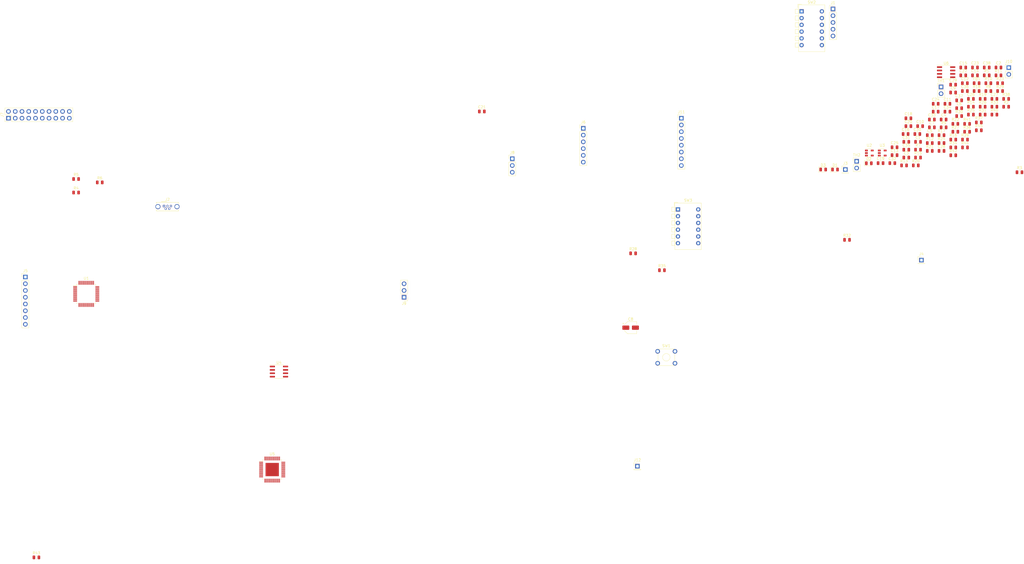
<source format=kicad_pcb>
(kicad_pcb (version 20171130) (host pcbnew "(5.1.5)-3")
  (layers (0 F.Cu signal) (31 B.Cu signal) (34 B.Paste user) (35 F.Paste user) (36 B.SilkS user) (37 F.SilkS user) (38 B.Mask user) (39 F.Mask user) (44 Edge.Cuts user))
  (net 0 "")
  (net 1 GND)
  (net 2 VDD)
  (net 3 +5V)
  (net 4 VDDA)
  (net 5 /TSREF)
  (net 6 "Net-(C12-Pad1)")
  (net 7 "Net-(C13-Pad1)")
  (net 8 /REFH)
  (net 9 /VC4)
  (net 10 /VC5)
  (net 11 /VC1)
  (net 12 /VC2)
  (net 13 /VC6)
  (net 14 "Net-(C19-Pad2)")
  (net 15 /VC0)
  (net 16 "Net-(C24-Pad1)")
  (net 17 /AVDD)
  (net 18 /CVDD)
  (net 19 /CB4)
  (net 20 /CB5)
  (net 21 /CB1)
  (net 22 "Net-(C28-Pad1)")
  (net 23 /CB6)
  (net 24 /CB3)
  (net 25 /CB0)
  (net 26 /DVDD)
  (net 27 /VLDO)
  (net 28 "Net-(D1-Pad2)")
  (net 29 "Net-(D1-Pad1)")
  (net 30 "Net-(D2-Pad1)")
  (net 31 /BMS_GPIO6)
  (net 32 "Net-(D3-Pad1)")
  (net 33 "Net-(J1-Pad5)")
  (net 34 "Net-(J1-Pad4)")
  (net 35 "Net-(J1-Pad3)")
  (net 36 "Net-(J1-Pad2)")
  (net 37 "Net-(J1-Pad1)")
  (net 38 "Net-(J2-Pad6)")
  (net 39 "Net-(J2-Pad4)")
  (net 40 "Net-(J2-Pad3)")
  (net 41 "Net-(J2-Pad2)")
  (net 42 "Net-(J5-Pad8)")
  (net 43 "Net-(J5-Pad7)")
  (net 44 "Net-(J5-Pad6)")
  (net 45 "Net-(J5-Pad5)")
  (net 46 "Net-(J5-Pad4)")
  (net 47 "Net-(J5-Pad3)")
  (net 48 "Net-(J5-Pad2)")
  (net 49 "Net-(J5-Pad1)")
  (net 50 /BMS_GPIO5)
  (net 51 /BMS_GPIO4)
  (net 52 /BMS_GPIO3)
  (net 53 /BMS_GPIO2)
  (net 54 /BMS_GPIO1)
  (net 55 "Net-(J7-Pad19)")
  (net 56 "Net-(J7-Pad17)")
  (net 57 /RST)
  (net 58 /TDO)
  (net 59 "Net-(J7-Pad11)")
  (net 60 /TCK)
  (net 61 /TMS)
  (net 62 /TDI)
  (net 63 /TRST)
  (net 64 /CELL6)
  (net 65 "Net-(J8-Pad2)")
  (net 66 /FAULTLN)
  (net 67 /FAULTLP)
  (net 68 /COMLN)
  (net 69 /COMLP)
  (net 70 /FAULTHN)
  (net 71 /FAULTHP)
  (net 72 /COMHN)
  (net 73 /COMHP)
  (net 74 /I_IN)
  (net 75 "Net-(R1-Pad1)")
  (net 76 /CANL)
  (net 77 /CANH)
  (net 78 /CELL5)
  (net 79 /CELL4)
  (net 80 /CELL3)
  (net 81 /CELL2)
  (net 82 /CELL1)
  (net 83 /CELL0)
  (net 84 /BMS_TX)
  (net 85 /BMS_RX)
  (net 86 /BMS_WAKEUP)
  (net 87 /BMS_NFAULT)
  (net 88 "Net-(R38-Pad1)")
  (net 89 "Net-(R40-Pad1)")
  (net 90 "Net-(R41-Pad2)")
  (net 91 "Net-(R42-Pad1)")
  (net 92 "Net-(R43-Pad1)")
  (net 93 "Net-(R44-Pad2)")
  (net 94 /I_AMP)
  (net 95 /VC3)
  (net 96 /CB2)
  (net 97 /CAN_TX)
  (net 98 /CAN_RX)
  (net 99 /CAN_S)
  (net 100 "Net-(U1-Pad29)")
  (net 101 "Net-(U1-Pad28)")
  (net 102 "Net-(U1-Pad20)")
  (net 103 "Net-(U1-Pad19)")
  (net 104 "Net-(U1-Pad18)")
  (net 105 "Net-(U1-Pad6)")
  (net 106 "Net-(U1-Pad5)")
  (net 107 "Net-(U1-Pad4)")
  (net 108 "Net-(U1-Pad3)")
  (net 109 "Net-(U1-Pad2)")
  (net 110 "Net-(U1-Pad1)")
  (net 111 "Net-(U2-Pad4)")
  (net 112 "Net-(U5-Pad47)")
  (net 113 "Net-(U5-Pad38)")
  (module Connector_PinHeader_2.54mm:PinHeader_1x01_P2.54mm_Vertical (layer F.Cu) (at 251.46 148.59)
    (fp_text reference J12 (at 0 -2.33) (layer F.SilkS))
    (fp_text value I_IN)
    (pad 1 thru_hole rect (at 0 0) (size 1.7 1.7) (drill 1) (layers *.Cu *.Mask) (net 74 /I_IN))
  )
  (module Connector_PinHeader_2.54mm:PinHeader_1x08_P2.54mm_Vertical (layer F.Cu) (at 267.97 17.78)
    (fp_text reference J11 (at 0 -2.33) (layer F.SilkS))
    (fp_text value COM)
    (pad 8 thru_hole oval (at 0 17.78) (size 1.7 1.7) (drill 1) (layers *.Cu *.Mask) (net 66 /FAULTLN))
    (pad 7 thru_hole oval (at 0 15.24) (size 1.7 1.7) (drill 1) (layers *.Cu *.Mask) (net 67 /FAULTLP))
    (pad 6 thru_hole oval (at 0 12.7) (size 1.7 1.7) (drill 1) (layers *.Cu *.Mask) (net 68 /COMLN))
    (pad 5 thru_hole oval (at 0 10.16) (size 1.7 1.7) (drill 1) (layers *.Cu *.Mask) (net 69 /COMLP))
    (pad 4 thru_hole oval (at 0 7.62) (size 1.7 1.7) (drill 1) (layers *.Cu *.Mask) (net 70 /FAULTHN))
    (pad 3 thru_hole oval (at 0 5.08) (size 1.7 1.7) (drill 1) (layers *.Cu *.Mask) (net 71 /FAULTHP))
    (pad 2 thru_hole oval (at 0 2.54) (size 1.7 1.7) (drill 1) (layers *.Cu *.Mask) (net 72 /COMHN))
    (pad 1 thru_hole rect (at 0 0) (size 1.7 1.7) (drill 1) (layers *.Cu *.Mask) (net 73 /COMHP))
  )
  (module Connector_PinHeader_2.54mm:PinHeader_1x02_P2.54mm_Vertical (layer F.Cu) (at 390.96 -1.23)
    (fp_text reference J10 (at 0 -2.33) (layer F.SilkS))
    (fp_text value VPROG)
    (pad 2 thru_hole oval (at 0 2.54) (size 1.7 1.7) (drill 1) (layers *.Cu *.Mask) (net 1 GND))
    (pad 1 thru_hole rect (at 0 0) (size 1.7 1.7) (drill 1) (layers *.Cu *.Mask) (net 16 "Net-(C24-Pad1)"))
  )
  (module Connector_PinHeader_2.54mm:PinHeader_1x03_P2.54mm_Vertical (layer F.Cu) (at 163.83 85.09 180)
    (fp_text reference J9 (at 0 -2.33) (layer F.SilkS))
    (fp_text value CVDD_SEL)
    (pad 3 thru_hole oval (at 0 5.08 180) (size 1.7 1.7) (drill 1) (layers *.Cu *.Mask) (net 27 /VLDO))
    (pad 2 thru_hole oval (at 0 2.54 180) (size 1.7 1.7) (drill 1) (layers *.Cu *.Mask) (net 18 /CVDD))
    (pad 1 thru_hole rect (at 0 0 180) (size 1.7 1.7) (drill 1) (layers *.Cu *.Mask) (net 65 "Net-(J8-Pad2)"))
  )
  (module Connector_PinHeader_2.54mm:PinHeader_1x03_P2.54mm_Vertical (layer F.Cu) (at 204.47 33.02)
    (fp_text reference J8 (at 0 -2.33) (layer F.SilkS))
    (fp_text value PWR_SEL)
    (pad 3 thru_hole oval (at 0 5.08) (size 1.7 1.7) (drill 1) (layers *.Cu *.Mask) (net 64 /CELL6))
    (pad 2 thru_hole oval (at 0 2.54) (size 1.7 1.7) (drill 1) (layers *.Cu *.Mask) (net 65 "Net-(J8-Pad2)"))
    (pad 1 thru_hole rect (at 0 0) (size 1.7 1.7) (drill 1) (layers *.Cu *.Mask) (net 3 +5V))
  )
  (module Connector_PinHeader_2.54mm:PinHeader_2x10_P2.54mm_Vertical (layer F.Cu) (at 15.24 17.78 90)
    (fp_text reference J7 (at 1.27 -2.33 90) (layer F.SilkS))
    (fp_text value JTAG)
    (pad 20 thru_hole oval (at 2.54 22.86 90) (size 1.7 1.7) (drill 1) (layers *.Cu *.Mask) (net 1 GND))
    (pad 19 thru_hole oval (at 0 22.86 90) (size 1.7 1.7) (drill 1) (layers *.Cu *.Mask) (net 55 "Net-(J7-Pad19)"))
    (pad 18 thru_hole oval (at 2.54 20.32 90) (size 1.7 1.7) (drill 1) (layers *.Cu *.Mask) (net 1 GND))
    (pad 17 thru_hole oval (at 0 20.32 90) (size 1.7 1.7) (drill 1) (layers *.Cu *.Mask) (net 56 "Net-(J7-Pad17)"))
    (pad 16 thru_hole oval (at 2.54 17.78 90) (size 1.7 1.7) (drill 1) (layers *.Cu *.Mask) (net 1 GND))
    (pad 15 thru_hole oval (at 0 17.78 90) (size 1.7 1.7) (drill 1) (layers *.Cu *.Mask) (net 57 /RST))
    (pad 14 thru_hole oval (at 2.54 15.24 90) (size 1.7 1.7) (drill 1) (layers *.Cu *.Mask) (net 1 GND))
    (pad 13 thru_hole oval (at 0 15.24 90) (size 1.7 1.7) (drill 1) (layers *.Cu *.Mask) (net 58 /TDO))
    (pad 12 thru_hole oval (at 2.54 12.7 90) (size 1.7 1.7) (drill 1) (layers *.Cu *.Mask) (net 1 GND))
    (pad 11 thru_hole oval (at 0 12.7 90) (size 1.7 1.7) (drill 1) (layers *.Cu *.Mask) (net 59 "Net-(J7-Pad11)"))
    (pad 10 thru_hole oval (at 2.54 10.16 90) (size 1.7 1.7) (drill 1) (layers *.Cu *.Mask) (net 1 GND))
    (pad 9 thru_hole oval (at 0 10.16 90) (size 1.7 1.7) (drill 1) (layers *.Cu *.Mask) (net 60 /TCK))
    (pad 8 thru_hole oval (at 2.54 7.62 90) (size 1.7 1.7) (drill 1) (layers *.Cu *.Mask) (net 1 GND))
    (pad 7 thru_hole oval (at 0 7.62 90) (size 1.7 1.7) (drill 1) (layers *.Cu *.Mask) (net 61 /TMS))
    (pad 6 thru_hole oval (at 2.54 5.08 90) (size 1.7 1.7) (drill 1) (layers *.Cu *.Mask) (net 1 GND))
    (pad 5 thru_hole oval (at 0 5.08 90) (size 1.7 1.7) (drill 1) (layers *.Cu *.Mask) (net 62 /TDI))
    (pad 4 thru_hole oval (at 2.54 2.54 90) (size 1.7 1.7) (drill 1) (layers *.Cu *.Mask) (net 1 GND))
    (pad 3 thru_hole oval (at 0 2.54 90) (size 1.7 1.7) (drill 1) (layers *.Cu *.Mask) (net 63 /TRST))
    (pad 2 thru_hole oval (at 2.54 0 90) (size 1.7 1.7) (drill 1) (layers *.Cu *.Mask) (net 2 VDD))
    (pad 1 thru_hole rect (at 0 0 90) (size 1.7 1.7) (drill 1) (layers *.Cu *.Mask) (net 2 VDD))
  )
  (module Connector_PinHeader_2.54mm:PinHeader_1x06_P2.54mm_Vertical (layer F.Cu) (at 231.14 21.59)
    (fp_text reference J6 (at 0 -2.33) (layer F.SilkS))
    (fp_text value BMS_GPIO)
    (pad 6 thru_hole oval (at 0 12.7) (size 1.7 1.7) (drill 1) (layers *.Cu *.Mask) (net 31 /BMS_GPIO6))
    (pad 5 thru_hole oval (at 0 10.16) (size 1.7 1.7) (drill 1) (layers *.Cu *.Mask) (net 50 /BMS_GPIO5))
    (pad 4 thru_hole oval (at 0 7.62) (size 1.7 1.7) (drill 1) (layers *.Cu *.Mask) (net 51 /BMS_GPIO4))
    (pad 3 thru_hole oval (at 0 5.08) (size 1.7 1.7) (drill 1) (layers *.Cu *.Mask) (net 52 /BMS_GPIO3))
    (pad 2 thru_hole oval (at 0 2.54) (size 1.7 1.7) (drill 1) (layers *.Cu *.Mask) (net 53 /BMS_GPIO2))
    (pad 1 thru_hole rect (at 0 0) (size 1.7 1.7) (drill 1) (layers *.Cu *.Mask) (net 54 /BMS_GPIO1))
  )
  (module Connector_PinHeader_2.54mm:PinHeader_1x08_P2.54mm_Vertical (layer F.Cu) (at 21.59 77.47)
    (fp_text reference J5 (at 0 -2.33) (layer F.SilkS))
    (fp_text value PortA)
    (pad 8 thru_hole oval (at 0 17.78) (size 1.7 1.7) (drill 1) (layers *.Cu *.Mask) (net 42 "Net-(J5-Pad8)"))
    (pad 7 thru_hole oval (at 0 15.24) (size 1.7 1.7) (drill 1) (layers *.Cu *.Mask) (net 43 "Net-(J5-Pad7)"))
    (pad 6 thru_hole oval (at 0 12.7) (size 1.7 1.7) (drill 1) (layers *.Cu *.Mask) (net 44 "Net-(J5-Pad6)"))
    (pad 5 thru_hole oval (at 0 10.16) (size 1.7 1.7) (drill 1) (layers *.Cu *.Mask) (net 45 "Net-(J5-Pad5)"))
    (pad 4 thru_hole oval (at 0 7.62) (size 1.7 1.7) (drill 1) (layers *.Cu *.Mask) (net 46 "Net-(J5-Pad4)"))
    (pad 3 thru_hole oval (at 0 5.08) (size 1.7 1.7) (drill 1) (layers *.Cu *.Mask) (net 47 "Net-(J5-Pad3)"))
    (pad 2 thru_hole oval (at 0 2.54) (size 1.7 1.7) (drill 1) (layers *.Cu *.Mask) (net 48 "Net-(J5-Pad2)"))
    (pad 1 thru_hole rect (at 0 0) (size 1.7 1.7) (drill 1) (layers *.Cu *.Mask) (net 49 "Net-(J5-Pad1)"))
  )
  (module Connector_PinHeader_2.54mm:PinHeader_1x01_P2.54mm_Vertical (layer F.Cu) (at 358.14 71.12)
    (fp_text reference J4 (at 0 -2.33) (layer F.SilkS))
    (fp_text value GND)
    (pad 1 thru_hole rect (at 0 0) (size 1.7 1.7) (drill 1) (layers *.Cu *.Mask) (net 1 GND))
  )
  (module Connector_PinHeader_2.54mm:PinHeader_1x01_P2.54mm_Vertical (layer F.Cu) (at 329.57 37.07)
    (fp_text reference J3 (at 0 -2.33) (layer F.SilkS))
    (fp_text value 5V)
    (pad 1 thru_hole rect (at 0 0) (size 1.7 1.7) (drill 1) (layers *.Cu *.Mask) (net 3 +5V))
  )
  (module Package_SO:SOIC-8_3.9x4.9mm_P1.27mm (layer F.Cu) (at 367.42 0.47)
    (fp_text reference U6 (at 0 -3.4) (layer F.SilkS))
    (fp_text value TLV2372)
    (pad 8 smd roundrect (at 2.475 -1.905) (size 1.95 0.6) (layers F.Cu F.Paste F.Mask) (net 2 VDD))
    (pad 7 smd roundrect (at 2.475 -0.635) (size 1.95 0.6) (layers F.Cu F.Paste F.Mask) (net 94 /I_AMP))
    (pad 6 smd roundrect (at 2.475 0.635) (size 1.95 0.6) (layers F.Cu F.Paste F.Mask) (net 92 "Net-(R43-Pad1)"))
    (pad 5 smd roundrect (at 2.475 1.905) (size 1.95 0.6) (layers F.Cu F.Paste F.Mask) (net 93 "Net-(R44-Pad2)"))
    (pad 4 smd roundrect (at -2.475 1.905) (size 1.95 0.6) (layers F.Cu F.Paste F.Mask) (net 1 GND))
    (pad 3 smd roundrect (at -2.475 0.635) (size 1.95 0.6) (layers F.Cu F.Paste F.Mask) (net 90 "Net-(R41-Pad2)"))
    (pad 2 smd roundrect (at -2.475 -0.635) (size 1.95 0.6) (layers F.Cu F.Paste F.Mask) (net 89 "Net-(R40-Pad1)"))
    (pad 1 smd roundrect (at -2.475 -1.905) (size 1.95 0.6) (layers F.Cu F.Paste F.Mask) (net 91 "Net-(R42-Pad1)"))
  )
  (module Package_QFP:TQFP-48-1EP_7x7mm_P0.5mm_EP5x5mm (layer F.Cu) (at 114.3 149.86)
    (fp_text reference U5 (at 0 -5.85) (layer F.SilkS))
    (fp_text value BQ79606A-Q1)
    (pad 49 smd rect (at 0 0) (size 5 5) (layers F.Cu F.Mask) (net 1 GND))
    (pad 48 smd roundrect (at -2.75 -4.1625) (size 0.3 1.475) (layers F.Cu F.Paste F.Mask) (net 6 "Net-(C12-Pad1)"))
    (pad 47 smd roundrect (at -2.25 -4.1625) (size 0.3 1.475) (layers F.Cu F.Paste F.Mask) (net 112 "Net-(U5-Pad47)"))
    (pad 46 smd roundrect (at -1.75 -4.1625) (size 0.3 1.475) (layers F.Cu F.Paste F.Mask) (net 8 /REFH))
    (pad 45 smd roundrect (at -1.25 -4.1625) (size 0.3 1.475) (layers F.Cu F.Paste F.Mask) (net 1 GND))
    (pad 44 smd roundrect (at -0.75 -4.1625) (size 0.3 1.475) (layers F.Cu F.Paste F.Mask) (net 17 /AVDD))
    (pad 43 smd roundrect (at -0.25 -4.1625) (size 0.3 1.475) (layers F.Cu F.Paste F.Mask) (net 5 /TSREF))
    (pad 42 smd roundrect (at 0.25 -4.1625) (size 0.3 1.475) (layers F.Cu F.Paste F.Mask) (net 87 /BMS_NFAULT))
    (pad 41 smd roundrect (at 0.75 -4.1625) (size 0.3 1.475) (layers F.Cu F.Paste F.Mask) (net 85 /BMS_RX))
    (pad 40 smd roundrect (at 1.25 -4.1625) (size 0.3 1.475) (layers F.Cu F.Paste F.Mask) (net 84 /BMS_TX))
    (pad 39 smd roundrect (at 1.75 -4.1625) (size 0.3 1.475) (layers F.Cu F.Paste F.Mask) (net 27 /VLDO))
    (pad 38 smd roundrect (at 2.25 -4.1625) (size 0.3 1.475) (layers F.Cu F.Paste F.Mask) (net 113 "Net-(U5-Pad38)"))
    (pad 37 smd roundrect (at 2.75 -4.1625) (size 0.3 1.475) (layers F.Cu F.Paste F.Mask) (net 7 "Net-(C13-Pad1)"))
    (pad 36 smd roundrect (at 4.1625 -2.75) (size 1.475 0.3) (layers F.Cu F.Paste F.Mask) (net 26 /DVDD))
    (pad 35 smd roundrect (at 4.1625 -2.25) (size 1.475 0.3) (layers F.Cu F.Paste F.Mask) (net 1 GND))
    (pad 34 smd roundrect (at 4.1625 -1.75) (size 1.475 0.3) (layers F.Cu F.Paste F.Mask) (net 16 "Net-(C24-Pad1)"))
    (pad 33 smd roundrect (at 4.1625 -1.25) (size 1.475 0.3) (layers F.Cu F.Paste F.Mask) (net 2 VDD))
    (pad 32 smd roundrect (at 4.1625 -0.75) (size 1.475 0.3) (layers F.Cu F.Paste F.Mask) (net 31 /BMS_GPIO6))
    (pad 31 smd roundrect (at 4.1625 -0.25) (size 1.475 0.3) (layers F.Cu F.Paste F.Mask) (net 50 /BMS_GPIO5))
    (pad 30 smd roundrect (at 4.1625 0.25) (size 1.475 0.3) (layers F.Cu F.Paste F.Mask) (net 51 /BMS_GPIO4))
    (pad 29 smd roundrect (at 4.1625 0.75) (size 1.475 0.3) (layers F.Cu F.Paste F.Mask) (net 52 /BMS_GPIO3))
    (pad 28 smd roundrect (at 4.1625 1.25) (size 1.475 0.3) (layers F.Cu F.Paste F.Mask) (net 53 /BMS_GPIO2))
    (pad 27 smd roundrect (at 4.1625 1.75) (size 1.475 0.3) (layers F.Cu F.Paste F.Mask) (net 54 /BMS_GPIO1))
    (pad 26 smd roundrect (at 4.1625 2.25) (size 1.475 0.3) (layers F.Cu F.Paste F.Mask) (net 1 GND))
    (pad 25 smd roundrect (at 4.1625 2.75) (size 1.475 0.3) (layers F.Cu F.Paste F.Mask) (net 18 /CVDD))
    (pad 24 smd roundrect (at 2.75 4.1625) (size 0.3 1.475) (layers F.Cu F.Paste F.Mask) (net 71 /FAULTHP))
    (pad 23 smd roundrect (at 2.25 4.1625) (size 0.3 1.475) (layers F.Cu F.Paste F.Mask) (net 70 /FAULTHN))
    (pad 22 smd roundrect (at 1.75 4.1625) (size 0.3 1.475) (layers F.Cu F.Paste F.Mask) (net 73 /COMHP))
    (pad 21 smd roundrect (at 1.25 4.1625) (size 0.3 1.475) (layers F.Cu F.Paste F.Mask) (net 72 /COMHN))
    (pad 20 smd roundrect (at 0.75 4.1625) (size 0.3 1.475) (layers F.Cu F.Paste F.Mask) (net 68 /COMLN))
    (pad 19 smd roundrect (at 0.25 4.1625) (size 0.3 1.475) (layers F.Cu F.Paste F.Mask) (net 69 /COMLP))
    (pad 18 smd roundrect (at -0.25 4.1625) (size 0.3 1.475) (layers F.Cu F.Paste F.Mask) (net 66 /FAULTLN))
    (pad 17 smd roundrect (at -0.75 4.1625) (size 0.3 1.475) (layers F.Cu F.Paste F.Mask) (net 67 /FAULTLP))
    (pad 16 smd roundrect (at -1.25 4.1625) (size 0.3 1.475) (layers F.Cu F.Paste F.Mask) (net 86 /BMS_WAKEUP))
    (pad 15 smd roundrect (at -1.75 4.1625) (size 0.3 1.475) (layers F.Cu F.Paste F.Mask) (net 1 GND))
    (pad 14 smd roundrect (at -2.25 4.1625) (size 0.3 1.475) (layers F.Cu F.Paste F.Mask) (net 15 /VC0))
    (pad 13 smd roundrect (at -2.75 4.1625) (size 0.3 1.475) (layers F.Cu F.Paste F.Mask) (net 25 /CB0))
    (pad 12 smd roundrect (at -4.1625 2.75) (size 1.475 0.3) (layers F.Cu F.Paste F.Mask) (net 11 /VC1))
    (pad 11 smd roundrect (at -4.1625 2.25) (size 1.475 0.3) (layers F.Cu F.Paste F.Mask) (net 21 /CB1))
    (pad 10 smd roundrect (at -4.1625 1.75) (size 1.475 0.3) (layers F.Cu F.Paste F.Mask) (net 12 /VC2))
    (pad 9 smd roundrect (at -4.1625 1.25) (size 1.475 0.3) (layers F.Cu F.Paste F.Mask) (net 96 /CB2))
    (pad 8 smd roundrect (at -4.1625 0.75) (size 1.475 0.3) (layers F.Cu F.Paste F.Mask) (net 95 /VC3))
    (pad 7 smd roundrect (at -4.1625 0.25) (size 1.475 0.3) (layers F.Cu F.Paste F.Mask) (net 24 /CB3))
    (pad 6 smd roundrect (at -4.1625 -0.25) (size 1.475 0.3) (layers F.Cu F.Paste F.Mask) (net 9 /VC4))
    (pad 5 smd roundrect (at -4.1625 -0.75) (size 1.475 0.3) (layers F.Cu F.Paste F.Mask) (net 19 /CB4))
    (pad 4 smd roundrect (at -4.1625 -1.25) (size 1.475 0.3) (layers F.Cu F.Paste F.Mask) (net 10 /VC5))
    (pad 3 smd roundrect (at -4.1625 -1.75) (size 1.475 0.3) (layers F.Cu F.Paste F.Mask) (net 20 /CB5))
    (pad 2 smd roundrect (at -4.1625 -2.25) (size 1.475 0.3) (layers F.Cu F.Paste F.Mask) (net 13 /VC6))
    (pad 1 smd roundrect (at -4.1625 -2.75) (size 1.475 0.3) (layers F.Cu F.Paste F.Mask) (net 23 /CB6))
  )
  (module Package_SO:SOIC-8_3.9x4.9mm_P1.27mm (layer F.Cu) (at 116.84 113.03)
    (fp_text reference U4 (at 0 -3.4) (layer F.SilkS))
    (fp_text value TCAN1051)
    (pad 8 smd roundrect (at 2.475 -1.905) (size 1.95 0.6) (layers F.Cu F.Paste F.Mask) (net 99 /CAN_S))
    (pad 7 smd roundrect (at 2.475 -0.635) (size 1.95 0.6) (layers F.Cu F.Paste F.Mask) (net 77 /CANH))
    (pad 6 smd roundrect (at 2.475 0.635) (size 1.95 0.6) (layers F.Cu F.Paste F.Mask) (net 76 /CANL))
    (pad 5 smd roundrect (at 2.475 1.905) (size 1.95 0.6) (layers F.Cu F.Paste F.Mask) (net 2 VDD))
    (pad 4 smd roundrect (at -2.475 1.905) (size 1.95 0.6) (layers F.Cu F.Paste F.Mask) (net 98 /CAN_RX))
    (pad 3 smd roundrect (at -2.475 0.635) (size 1.95 0.6) (layers F.Cu F.Paste F.Mask) (net 3 +5V))
    (pad 2 smd roundrect (at -2.475 -0.635) (size 1.95 0.6) (layers F.Cu F.Paste F.Mask) (net 1 GND))
    (pad 1 smd roundrect (at -2.475 -1.905) (size 1.95 0.6) (layers F.Cu F.Paste F.Mask) (net 97 /CAN_TX))
  )
  (module Package_TO_SOT_SMD:SOT-23-5 (layer F.Cu) (at 343.42 30.87)
    (fp_text reference U3 (at 0 -2.9) (layer F.SilkS))
    (fp_text value MIC803)
    (pad 5 smd rect (at 1.1 -0.95) (size 1.06 0.65) (layers F.Cu F.Paste F.Mask))
    (pad 4 smd rect (at 1.1 0.95) (size 1.06 0.65) (layers F.Cu F.Paste F.Mask))
    (pad 3 smd rect (at -1.1 0.95) (size 1.06 0.65) (layers F.Cu F.Paste F.Mask) (net 2 VDD))
    (pad 2 smd rect (at -1.1 0) (size 1.06 0.65) (layers F.Cu F.Paste F.Mask) (net 57 /RST))
    (pad 1 smd rect (at -1.1 -0.95) (size 1.06 0.65) (layers F.Cu F.Paste F.Mask) (net 1 GND))
  )
  (module Package_TO_SOT_SMD:SOT-23-5 (layer F.Cu) (at 338.57 30.87)
    (fp_text reference U2 (at 0 -2.9) (layer F.SilkS))
    (fp_text value LP5907MFX-3.3)
    (pad 5 smd rect (at 1.1 -0.95) (size 1.06 0.65) (layers F.Cu F.Paste F.Mask) (net 2 VDD))
    (pad 4 smd rect (at 1.1 0.95) (size 1.06 0.65) (layers F.Cu F.Paste F.Mask) (net 111 "Net-(U2-Pad4)"))
    (pad 3 smd rect (at -1.1 0.95) (size 1.06 0.65) (layers F.Cu F.Paste F.Mask) (net 3 +5V))
    (pad 2 smd rect (at -1.1 0) (size 1.06 0.65) (layers F.Cu F.Paste F.Mask) (net 1 GND))
    (pad 1 smd rect (at -1.1 -0.95) (size 1.06 0.65) (layers F.Cu F.Paste F.Mask) (net 3 +5V))
  )
  (module Package_QFP:LQFP-48_7x7mm_P0.5mm (layer F.Cu) (at 44.45 83.82)
    (fp_text reference U1 (at 0 -5.85) (layer F.SilkS))
    (fp_text value STM32F103C8Tx)
    (pad 48 smd roundrect (at -2.75 -4.1625) (size 0.3 1.475) (layers F.Cu F.Paste F.Mask) (net 2 VDD))
    (pad 47 smd roundrect (at -2.25 -4.1625) (size 0.3 1.475) (layers F.Cu F.Paste F.Mask) (net 1 GND))
    (pad 46 smd roundrect (at -1.75 -4.1625) (size 0.3 1.475) (layers F.Cu F.Paste F.Mask) (net 33 "Net-(J1-Pad5)"))
    (pad 45 smd roundrect (at -1.25 -4.1625) (size 0.3 1.475) (layers F.Cu F.Paste F.Mask) (net 34 "Net-(J1-Pad4)"))
    (pad 44 smd roundrect (at -0.75 -4.1625) (size 0.3 1.475) (layers F.Cu F.Paste F.Mask) (net 75 "Net-(R1-Pad1)"))
    (pad 43 smd roundrect (at -0.25 -4.1625) (size 0.3 1.475) (layers F.Cu F.Paste F.Mask) (net 35 "Net-(J1-Pad3)"))
    (pad 42 smd roundrect (at 0.25 -4.1625) (size 0.3 1.475) (layers F.Cu F.Paste F.Mask) (net 36 "Net-(J1-Pad2)"))
    (pad 41 smd roundrect (at 0.75 -4.1625) (size 0.3 1.475) (layers F.Cu F.Paste F.Mask) (net 37 "Net-(J1-Pad1)"))
    (pad 40 smd roundrect (at 1.25 -4.1625) (size 0.3 1.475) (layers F.Cu F.Paste F.Mask) (net 63 /TRST))
    (pad 39 smd roundrect (at 1.75 -4.1625) (size 0.3 1.475) (layers F.Cu F.Paste F.Mask) (net 58 /TDO))
    (pad 38 smd roundrect (at 2.25 -4.1625) (size 0.3 1.475) (layers F.Cu F.Paste F.Mask) (net 62 /TDI))
    (pad 37 smd roundrect (at 2.75 -4.1625) (size 0.3 1.475) (layers F.Cu F.Paste F.Mask) (net 60 /TCK))
    (pad 36 smd roundrect (at 4.1625 -2.75) (size 1.475 0.3) (layers F.Cu F.Paste F.Mask) (net 2 VDD))
    (pad 35 smd roundrect (at 4.1625 -2.25) (size 1.475 0.3) (layers F.Cu F.Paste F.Mask) (net 1 GND))
    (pad 34 smd roundrect (at 4.1625 -1.75) (size 1.475 0.3) (layers F.Cu F.Paste F.Mask) (net 61 /TMS))
    (pad 33 smd roundrect (at 4.1625 -1.25) (size 1.475 0.3) (layers F.Cu F.Paste F.Mask) (net 97 /CAN_TX))
    (pad 32 smd roundrect (at 4.1625 -0.75) (size 1.475 0.3) (layers F.Cu F.Paste F.Mask) (net 98 /CAN_RX))
    (pad 31 smd roundrect (at 4.1625 -0.25) (size 1.475 0.3) (layers F.Cu F.Paste F.Mask) (net 28 "Net-(D1-Pad2)"))
    (pad 30 smd roundrect (at 4.1625 0.25) (size 1.475 0.3) (layers F.Cu F.Paste F.Mask) (net 99 /CAN_S))
    (pad 29 smd roundrect (at 4.1625 0.75) (size 1.475 0.3) (layers F.Cu F.Paste F.Mask) (net 100 "Net-(U1-Pad29)"))
    (pad 28 smd roundrect (at 4.1625 1.25) (size 1.475 0.3) (layers F.Cu F.Paste F.Mask) (net 101 "Net-(U1-Pad28)"))
    (pad 27 smd roundrect (at 4.1625 1.75) (size 1.475 0.3) (layers F.Cu F.Paste F.Mask) (net 50 /BMS_GPIO5))
    (pad 26 smd roundrect (at 4.1625 2.25) (size 1.475 0.3) (layers F.Cu F.Paste F.Mask) (net 87 /BMS_NFAULT))
    (pad 25 smd roundrect (at 4.1625 2.75) (size 1.475 0.3) (layers F.Cu F.Paste F.Mask) (net 86 /BMS_WAKEUP))
    (pad 24 smd roundrect (at 2.75 4.1625) (size 0.3 1.475) (layers F.Cu F.Paste F.Mask) (net 2 VDD))
    (pad 23 smd roundrect (at 2.25 4.1625) (size 0.3 1.475) (layers F.Cu F.Paste F.Mask) (net 1 GND))
    (pad 22 smd roundrect (at 1.75 4.1625) (size 0.3 1.475) (layers F.Cu F.Paste F.Mask) (net 84 /BMS_TX))
    (pad 21 smd roundrect (at 1.25 4.1625) (size 0.3 1.475) (layers F.Cu F.Paste F.Mask) (net 85 /BMS_RX))
    (pad 20 smd roundrect (at 0.75 4.1625) (size 0.3 1.475) (layers F.Cu F.Paste F.Mask) (net 102 "Net-(U1-Pad20)"))
    (pad 19 smd roundrect (at 0.25 4.1625) (size 0.3 1.475) (layers F.Cu F.Paste F.Mask) (net 103 "Net-(U1-Pad19)"))
    (pad 18 smd roundrect (at -0.25 4.1625) (size 0.3 1.475) (layers F.Cu F.Paste F.Mask) (net 104 "Net-(U1-Pad18)"))
    (pad 17 smd roundrect (at -0.75 4.1625) (size 0.3 1.475) (layers F.Cu F.Paste F.Mask) (net 42 "Net-(J5-Pad8)"))
    (pad 16 smd roundrect (at -1.25 4.1625) (size 0.3 1.475) (layers F.Cu F.Paste F.Mask) (net 43 "Net-(J5-Pad7)"))
    (pad 15 smd roundrect (at -1.75 4.1625) (size 0.3 1.475) (layers F.Cu F.Paste F.Mask) (net 44 "Net-(J5-Pad6)"))
    (pad 14 smd roundrect (at -2.25 4.1625) (size 0.3 1.475) (layers F.Cu F.Paste F.Mask) (net 45 "Net-(J5-Pad5)"))
    (pad 13 smd roundrect (at -2.75 4.1625) (size 0.3 1.475) (layers F.Cu F.Paste F.Mask) (net 46 "Net-(J5-Pad4)"))
    (pad 12 smd roundrect (at -4.1625 2.75) (size 1.475 0.3) (layers F.Cu F.Paste F.Mask) (net 47 "Net-(J5-Pad3)"))
    (pad 11 smd roundrect (at -4.1625 2.25) (size 1.475 0.3) (layers F.Cu F.Paste F.Mask) (net 48 "Net-(J5-Pad2)"))
    (pad 10 smd roundrect (at -4.1625 1.75) (size 1.475 0.3) (layers F.Cu F.Paste F.Mask) (net 49 "Net-(J5-Pad1)"))
    (pad 9 smd roundrect (at -4.1625 1.25) (size 1.475 0.3) (layers F.Cu F.Paste F.Mask) (net 4 VDDA))
    (pad 8 smd roundrect (at -4.1625 0.75) (size 1.475 0.3) (layers F.Cu F.Paste F.Mask) (net 1 GND))
    (pad 7 smd roundrect (at -4.1625 0.25) (size 1.475 0.3) (layers F.Cu F.Paste F.Mask) (net 57 /RST))
    (pad 6 smd roundrect (at -4.1625 -0.25) (size 1.475 0.3) (layers F.Cu F.Paste F.Mask) (net 105 "Net-(U1-Pad6)"))
    (pad 5 smd roundrect (at -4.1625 -0.75) (size 1.475 0.3) (layers F.Cu F.Paste F.Mask) (net 106 "Net-(U1-Pad5)"))
    (pad 4 smd roundrect (at -4.1625 -1.25) (size 1.475 0.3) (layers F.Cu F.Paste F.Mask) (net 107 "Net-(U1-Pad4)"))
    (pad 3 smd roundrect (at -4.1625 -1.75) (size 1.475 0.3) (layers F.Cu F.Paste F.Mask) (net 108 "Net-(U1-Pad3)"))
    (pad 2 smd roundrect (at -4.1625 -2.25) (size 1.475 0.3) (layers F.Cu F.Paste F.Mask) (net 109 "Net-(U1-Pad2)"))
    (pad 1 smd roundrect (at -4.1625 -2.75) (size 1.475 0.3) (layers F.Cu F.Paste F.Mask) (net 110 "Net-(U1-Pad1)"))
  )
  (module Connector_PinHeader_2.54mm:PinHeader_1x02_P2.54mm_Vertical (layer F.Cu) (at 333.82 33.97)
    (fp_text reference TH2 (at 0 -2.33) (layer F.SilkS))
    (fp_text value 10K)
    (pad 2 thru_hole oval (at 0 2.54) (size 1.7 1.7) (drill 1) (layers *.Cu *.Mask) (net 1 GND))
    (pad 1 thru_hole rect (at 0 0) (size 1.7 1.7) (drill 1) (layers *.Cu *.Mask) (net 88 "Net-(R38-Pad1)"))
  )
  (module Connector_PinHeader_2.54mm:PinHeader_1x02_P2.54mm_Vertical (layer F.Cu) (at 365.52 6.02)
    (fp_text reference TH1 (at 0 -2.33) (layer F.SilkS))
    (fp_text value 10K)
    (pad 2 thru_hole oval (at 0 2.54) (size 1.7 1.7) (drill 1) (layers *.Cu *.Mask) (net 54 /BMS_GPIO1))
    (pad 1 thru_hole rect (at 0 0) (size 1.7 1.7) (drill 1) (layers *.Cu *.Mask) (net 5 /TSREF))
  )
  (module Button_Switch_THT:SW_DIP_SPSTx06_Piano_CTS_Series194-6MSTN_W7.62mm_P2.54mm (layer F.Cu) (at 266.7 52.07)
    (fp_text reference SW3 (at 3.81 -3.42) (layer F.SilkS))
    (fp_text value CB_DIP)
    (pad 12 thru_hole oval (at 7.62 0) (size 1.6 1.6) (drill 0.8) (layers *.Cu *.Mask) (net 20 /CB5))
    (pad 6 thru_hole oval (at 0 12.7) (size 1.6 1.6) (drill 0.8) (layers *.Cu *.Mask) (net 21 /CB1))
    (pad 11 thru_hole oval (at 7.62 2.54) (size 1.6 1.6) (drill 0.8) (layers *.Cu *.Mask) (net 19 /CB4))
    (pad 5 thru_hole oval (at 0 10.16) (size 1.6 1.6) (drill 0.8) (layers *.Cu *.Mask) (net 96 /CB2))
    (pad 10 thru_hole oval (at 7.62 5.08) (size 1.6 1.6) (drill 0.8) (layers *.Cu *.Mask) (net 24 /CB3))
    (pad 4 thru_hole oval (at 0 7.62) (size 1.6 1.6) (drill 0.8) (layers *.Cu *.Mask) (net 24 /CB3))
    (pad 9 thru_hole oval (at 7.62 7.62) (size 1.6 1.6) (drill 0.8) (layers *.Cu *.Mask) (net 96 /CB2))
    (pad 3 thru_hole oval (at 0 5.08) (size 1.6 1.6) (drill 0.8) (layers *.Cu *.Mask) (net 19 /CB4))
    (pad 8 thru_hole oval (at 7.62 10.16) (size 1.6 1.6) (drill 0.8) (layers *.Cu *.Mask) (net 21 /CB1))
    (pad 2 thru_hole oval (at 0 2.54) (size 1.6 1.6) (drill 0.8) (layers *.Cu *.Mask) (net 20 /CB5))
    (pad 7 thru_hole oval (at 7.62 12.7) (size 1.6 1.6) (drill 0.8) (layers *.Cu *.Mask) (net 25 /CB0))
    (pad 1 thru_hole rect (at 0 0) (size 1.6 1.6) (drill 0.8) (layers *.Cu *.Mask) (net 23 /CB6))
  )
  (module Button_Switch_THT:SW_DIP_SPSTx06_Piano_CTS_Series194-6MSTN_W7.62mm_P2.54mm (layer F.Cu) (at 313.13 -22.39)
    (fp_text reference SW2 (at 3.81 -3.42) (layer F.SilkS))
    (fp_text value VC_DIP)
    (pad 12 thru_hole oval (at 7.62 0) (size 1.6 1.6) (drill 0.8) (layers *.Cu *.Mask) (net 10 /VC5))
    (pad 6 thru_hole oval (at 0 12.7) (size 1.6 1.6) (drill 0.8) (layers *.Cu *.Mask) (net 11 /VC1))
    (pad 11 thru_hole oval (at 7.62 2.54) (size 1.6 1.6) (drill 0.8) (layers *.Cu *.Mask) (net 9 /VC4))
    (pad 5 thru_hole oval (at 0 10.16) (size 1.6 1.6) (drill 0.8) (layers *.Cu *.Mask) (net 12 /VC2))
    (pad 10 thru_hole oval (at 7.62 5.08) (size 1.6 1.6) (drill 0.8) (layers *.Cu *.Mask) (net 95 /VC3))
    (pad 4 thru_hole oval (at 0 7.62) (size 1.6 1.6) (drill 0.8) (layers *.Cu *.Mask) (net 95 /VC3))
    (pad 9 thru_hole oval (at 7.62 7.62) (size 1.6 1.6) (drill 0.8) (layers *.Cu *.Mask) (net 12 /VC2))
    (pad 3 thru_hole oval (at 0 5.08) (size 1.6 1.6) (drill 0.8) (layers *.Cu *.Mask) (net 9 /VC4))
    (pad 8 thru_hole oval (at 7.62 10.16) (size 1.6 1.6) (drill 0.8) (layers *.Cu *.Mask) (net 11 /VC1))
    (pad 2 thru_hole oval (at 0 2.54) (size 1.6 1.6) (drill 0.8) (layers *.Cu *.Mask) (net 10 /VC5))
    (pad 7 thru_hole oval (at 7.62 12.7) (size 1.6 1.6) (drill 0.8) (layers *.Cu *.Mask) (net 15 /VC0))
    (pad 1 thru_hole rect (at 0 0) (size 1.6 1.6) (drill 0.8) (layers *.Cu *.Mask) (net 13 /VC6))
  )
  (module Button_Switch_THT:SW_TH_Tactile_Omron_B3F-10xx (layer F.Cu) (at 259.08 105.41)
    (fp_text reference SW1 (at 3.25 -2.05) (layer F.SilkS))
    (fp_text value SW_Push)
    (pad 1 thru_hole circle (at 0 0) (size 1.7 1.7) (drill 1) (layers *.Cu *.Mask) (net 1 GND))
    (pad 2 thru_hole circle (at 6.5 0) (size 1.7 1.7) (drill 1) (layers *.Cu *.Mask) (net 57 /RST))
    (pad 3 thru_hole circle (at 0 4.5) (size 1.7 1.7) (drill 1) (layers *.Cu *.Mask))
    (pad 4 thru_hole circle (at 6.5 4.5) (size 1.7 1.7) (drill 1) (layers *.Cu *.Mask))
  )
  (module Resistor_SMD:R_0805_2012Metric (layer F.Cu) (at 379.71 22.32)
    (fp_text reference R45 (at 0 -1.65) (layer F.SilkS))
    (fp_text value 6.5K)
    (pad 2 smd roundrect (at 0.9375 0) (size 0.975 1.4) (layers F.Cu F.Paste F.Mask) (net 92 "Net-(R43-Pad1)"))
    (pad 1 smd roundrect (at -0.9375 0) (size 0.975 1.4) (layers F.Cu F.Paste F.Mask) (net 94 /I_AMP))
  )
  (module Resistor_SMD:R_0805_2012Metric (layer F.Cu) (at 374.51 28.77)
    (fp_text reference R44 (at 0 -1.65) (layer F.SilkS))
    (fp_text value 10K)
    (pad 2 smd roundrect (at 0.9375 0) (size 0.975 1.4) (layers F.Cu F.Paste F.Mask) (net 93 "Net-(R44-Pad2)"))
    (pad 1 smd roundrect (at -0.9375 0) (size 0.975 1.4) (layers F.Cu F.Paste F.Mask) (net 1 GND))
  )
  (module Resistor_SMD:R_0805_2012Metric (layer F.Cu) (at 25.7325 182.88)
    (fp_text reference R43 (at 0 -1.65) (layer F.SilkS))
    (fp_text value 10K)
    (pad 2 smd roundrect (at 0.9375 0) (size 0.975 1.4) (layers F.Cu F.Paste F.Mask) (net 91 "Net-(R42-Pad1)"))
    (pad 1 smd roundrect (at -0.9375 0) (size 0.975 1.4) (layers F.Cu F.Paste F.Mask) (net 92 "Net-(R43-Pad1)"))
  )
  (module Resistor_SMD:R_0805_2012Metric (layer F.Cu) (at 370.1 31.72)
    (fp_text reference R42 (at 0 -1.65) (layer F.SilkS))
    (fp_text value 1K)
    (pad 2 smd roundrect (at 0.9375 0) (size 0.975 1.4) (layers F.Cu F.Paste F.Mask) (net 89 "Net-(R40-Pad1)"))
    (pad 1 smd roundrect (at -0.9375 0) (size 0.975 1.4) (layers F.Cu F.Paste F.Mask) (net 91 "Net-(R42-Pad1)"))
  )
  (module Resistor_SMD:R_0805_2012Metric (layer F.Cu) (at 375.3 19.92)
    (fp_text reference R41 (at 0 -1.65) (layer F.SilkS))
    (fp_text value 10K)
    (pad 2 smd roundrect (at 0.9375 0) (size 0.975 1.4) (layers F.Cu F.Paste F.Mask) (net 90 "Net-(R41-Pad2)"))
    (pad 1 smd roundrect (at -0.9375 0) (size 0.975 1.4) (layers F.Cu F.Paste F.Mask) (net 1 GND))
  )
  (module Resistor_SMD:R_0805_2012Metric (layer F.Cu) (at 385.55 16.42)
    (fp_text reference R40 (at 0 -1.65) (layer F.SilkS))
    (fp_text value 1K)
    (pad 2 smd roundrect (at 0.9375 0) (size 0.975 1.4) (layers F.Cu F.Paste F.Mask) (net 74 /I_IN))
    (pad 1 smd roundrect (at -0.9375 0) (size 0.975 1.4) (layers F.Cu F.Paste F.Mask) (net 89 "Net-(R40-Pad1)"))
  )
  (module Resistor_SMD:R_0805_2012Metric (layer F.Cu) (at 374.51 25.82)
    (fp_text reference R39 (at 0 -1.65) (layer F.SilkS))
    (fp_text value 10K)
    (pad 2 smd roundrect (at 0.9375 0) (size 0.975 1.4) (layers F.Cu F.Paste F.Mask) (net 88 "Net-(R38-Pad1)"))
    (pad 1 smd roundrect (at -0.9375 0) (size 0.975 1.4) (layers F.Cu F.Paste F.Mask) (net 5 /TSREF))
  )
  (module Resistor_SMD:R_0805_2012Metric (layer F.Cu) (at 389.96 10.52)
    (fp_text reference R38 (at 0 -1.65) (layer F.SilkS))
    (fp_text value 1K)
    (pad 2 smd roundrect (at 0.9375 0) (size 0.975 1.4) (layers F.Cu F.Paste F.Mask) (net 53 /BMS_GPIO2))
    (pad 1 smd roundrect (at -0.9375 0) (size 0.975 1.4) (layers F.Cu F.Paste F.Mask) (net 88 "Net-(R38-Pad1)"))
  )
  (module Resistor_SMD:R_0805_2012Metric (layer F.Cu) (at 379.71 19.37)
    (fp_text reference R37 (at 0 -1.65) (layer F.SilkS))
    (fp_text value 10K)
    (pad 2 smd roundrect (at 0.9375 0) (size 0.975 1.4) (layers F.Cu F.Paste F.Mask) (net 1 GND))
    (pad 1 smd roundrect (at -0.9375 0) (size 0.975 1.4) (layers F.Cu F.Paste F.Mask) (net 54 /BMS_GPIO1))
  )
  (module Resistor_SMD:R_0805_2012Metric (layer F.Cu) (at 375.3 22.87)
    (fp_text reference R36 (at 0 -1.65) (layer F.SilkS))
    (fp_text value 10)
    (pad 2 smd roundrect (at 0.9375 0) (size 0.975 1.4) (layers F.Cu F.Paste F.Mask) (net 83 /CELL0))
    (pad 1 smd roundrect (at -0.9375 0) (size 0.975 1.4) (layers F.Cu F.Paste F.Mask) (net 25 /CB0))
  )
  (module Resistor_SMD:R_0805_2012Metric (layer F.Cu) (at 260.6825 74.93)
    (fp_text reference R35 (at 0 -1.65) (layer F.SilkS))
    (fp_text value 100K)
    (pad 2 smd roundrect (at 0.9375 0) (size 0.975 1.4) (layers F.Cu F.Paste F.Mask) (net 87 /BMS_NFAULT))
    (pad 1 smd roundrect (at -0.9375 0) (size 0.975 1.4) (layers F.Cu F.Paste F.Mask) (net 2 VDD))
  )
  (module Resistor_SMD:R_0805_2012Metric (layer F.Cu) (at 370.1 28.77)
    (fp_text reference R34 (at 0 -1.65) (layer F.SilkS))
    (fp_text value 10)
    (pad 2 smd roundrect (at 0.9375 0) (size 0.975 1.4) (layers F.Cu F.Paste F.Mask) (net 82 /CELL1))
    (pad 1 smd roundrect (at -0.9375 0) (size 0.975 1.4) (layers F.Cu F.Paste F.Mask) (net 21 /CB1))
  )
  (module Resistor_SMD:R_0805_2012Metric (layer F.Cu) (at 385.55 13.47)
    (fp_text reference R33 (at 0 -1.65) (layer F.SilkS))
    (fp_text value 10)
    (pad 2 smd roundrect (at 0.9375 0) (size 0.975 1.4) (layers F.Cu F.Paste F.Mask) (net 81 /CELL2))
    (pad 1 smd roundrect (at -0.9375 0) (size 0.975 1.4) (layers F.Cu F.Paste F.Mask) (net 22 "Net-(C28-Pad1)"))
  )
  (module Resistor_SMD:R_0805_2012Metric (layer F.Cu) (at 330.2 63.5)
    (fp_text reference R32 (at 0 -1.65) (layer F.SilkS))
    (fp_text value 10)
    (pad 2 smd roundrect (at 0.9375 0) (size 0.975 1.4) (layers F.Cu F.Paste F.Mask) (net 80 /CELL3))
    (pad 1 smd roundrect (at -0.9375 0) (size 0.975 1.4) (layers F.Cu F.Paste F.Mask) (net 24 /CB3))
  )
  (module Resistor_SMD:R_0805_2012Metric (layer F.Cu) (at 381.14 16.42)
    (fp_text reference R31 (at 0 -1.65) (layer F.SilkS))
    (fp_text value 10)
    (pad 2 smd roundrect (at 0.9375 0) (size 0.975 1.4) (layers F.Cu F.Paste F.Mask) (net 79 /CELL4))
    (pad 1 smd roundrect (at -0.9375 0) (size 0.975 1.4) (layers F.Cu F.Paste F.Mask) (net 19 /CB4))
  )
  (module Resistor_SMD:R_0805_2012Metric (layer F.Cu) (at 372.32 16.97)
    (fp_text reference R30 (at 0 -1.65) (layer F.SilkS))
    (fp_text value 10)
    (pad 2 smd roundrect (at 0.9375 0) (size 0.975 1.4) (layers F.Cu F.Paste F.Mask) (net 78 /CELL5))
    (pad 1 smd roundrect (at -0.9375 0) (size 0.975 1.4) (layers F.Cu F.Paste F.Mask) (net 20 /CB5))
  )
  (module Resistor_SMD:R_0805_2012Metric (layer F.Cu) (at 387.69 7.57)
    (fp_text reference R29 (at 0 -1.65) (layer F.SilkS))
    (fp_text value 10)
    (pad 2 smd roundrect (at 0.9375 0) (size 0.975 1.4) (layers F.Cu F.Paste F.Mask) (net 64 /CELL6))
    (pad 1 smd roundrect (at -0.9375 0) (size 0.975 1.4) (layers F.Cu F.Paste F.Mask) (net 23 /CB6))
  )
  (module Resistor_SMD:R_0805_2012Metric (layer F.Cu) (at 249.8575 68.58)
    (fp_text reference R28 (at 0 -1.65) (layer F.SilkS))
    (fp_text value 100K)
    (pad 2 smd roundrect (at 0.9375 0) (size 0.975 1.4) (layers F.Cu F.Paste F.Mask) (net 86 /BMS_WAKEUP))
    (pad 1 smd roundrect (at -0.9375 0) (size 0.975 1.4) (layers F.Cu F.Paste F.Mask) (net 2 VDD))
  )
  (module Resistor_SMD:R_0805_2012Metric (layer F.Cu) (at 370.89 22.87)
    (fp_text reference R27 (at 0 -1.65) (layer F.SilkS))
    (fp_text value 100K)
    (pad 2 smd roundrect (at 0.9375 0) (size 0.975 1.4) (layers F.Cu F.Paste F.Mask) (net 1 GND))
    (pad 1 smd roundrect (at -0.9375 0) (size 0.975 1.4) (layers F.Cu F.Paste F.Mask) (net 16 "Net-(C24-Pad1)"))
  )
  (module Resistor_SMD:R_0805_2012Metric (layer F.Cu) (at 381.14 13.47)
    (fp_text reference R26 (at 0 -1.65) (layer F.SilkS))
    (fp_text value 100K)
    (pad 2 smd roundrect (at 0.9375 0) (size 0.975 1.4) (layers F.Cu F.Paste F.Mask) (net 85 /BMS_RX))
    (pad 1 smd roundrect (at -0.9375 0) (size 0.975 1.4) (layers F.Cu F.Paste F.Mask) (net 2 VDD))
  )
  (module Resistor_SMD:R_0805_2012Metric (layer F.Cu) (at 376.73 16.42)
    (fp_text reference R25 (at 0 -1.65) (layer F.SilkS))
    (fp_text value 330)
    (pad 2 smd roundrect (at 0.9375 0) (size 0.975 1.4) (layers F.Cu F.Paste F.Mask) (net 1 GND))
    (pad 1 smd roundrect (at -0.9375 0) (size 0.975 1.4) (layers F.Cu F.Paste F.Mask) (net 32 "Net-(D3-Pad1)"))
  )
  (module Resistor_SMD:R_0805_2012Metric (layer F.Cu) (at 365.69 27.12)
    (fp_text reference R24 (at 0 -1.65) (layer F.SilkS))
    (fp_text value 100K)
    (pad 2 smd roundrect (at 0.9375 0) (size 0.975 1.4) (layers F.Cu F.Paste F.Mask) (net 84 /BMS_TX))
    (pad 1 smd roundrect (at -0.9375 0) (size 0.975 1.4) (layers F.Cu F.Paste F.Mask) (net 2 VDD))
  )
  (module Resistor_SMD:R_0805_2012Metric (layer F.Cu) (at 387.69 4.62)
    (fp_text reference R23 (at 0 -1.65) (layer F.SilkS))
    (fp_text value 47)
    (pad 2 smd roundrect (at 0.9375 0) (size 0.975 1.4) (layers F.Cu F.Paste F.Mask) (net 83 /CELL0))
    (pad 1 smd roundrect (at -0.9375 0) (size 0.975 1.4) (layers F.Cu F.Paste F.Mask) (net 15 /VC0))
  )
  (module Resistor_SMD:R_0805_2012Metric (layer F.Cu) (at 370.89 19.92)
    (fp_text reference R22 (at 0 -1.65) (layer F.SilkS))
    (fp_text value 47)
    (pad 2 smd roundrect (at 0.9375 0) (size 0.975 1.4) (layers F.Cu F.Paste F.Mask) (net 82 /CELL1))
    (pad 1 smd roundrect (at -0.9375 0) (size 0.975 1.4) (layers F.Cu F.Paste F.Mask) (net 11 /VC1))
  )
  (module Resistor_SMD:R_0805_2012Metric (layer F.Cu) (at 361.28 30.07)
    (fp_text reference R21 (at 0 -1.65) (layer F.SilkS))
    (fp_text value 47)
    (pad 2 smd roundrect (at 0.9375 0) (size 0.975 1.4) (layers F.Cu F.Paste F.Mask) (net 81 /CELL2))
    (pad 1 smd roundrect (at -0.9375 0) (size 0.975 1.4) (layers F.Cu F.Paste F.Mask) (net 12 /VC2))
  )
  (module Resistor_SMD:R_0805_2012Metric (layer F.Cu) (at 356.03 35.52)
    (fp_text reference R20 (at 0 -1.65) (layer F.SilkS))
    (fp_text value 47)
    (pad 2 smd roundrect (at 0.9375 0) (size 0.975 1.4) (layers F.Cu F.Paste F.Mask) (net 80 /CELL3))
    (pad 1 smd roundrect (at -0.9375 0) (size 0.975 1.4) (layers F.Cu F.Paste F.Mask) (net 14 "Net-(C19-Pad2)"))
  )
  (module Resistor_SMD:R_0805_2012Metric (layer F.Cu) (at 381.14 10.52)
    (fp_text reference R19 (at 0 -1.65) (layer F.SilkS))
    (fp_text value 47)
    (pad 2 smd roundrect (at 0.9375 0) (size 0.975 1.4) (layers F.Cu F.Paste F.Mask) (net 79 /CELL4))
    (pad 1 smd roundrect (at -0.9375 0) (size 0.975 1.4) (layers F.Cu F.Paste F.Mask) (net 9 /VC4))
  )
  (module Resistor_SMD:R_0805_2012Metric (layer F.Cu) (at 378.87 7.57)
    (fp_text reference R18 (at 0 -1.65) (layer F.SilkS))
    (fp_text value 47)
    (pad 2 smd roundrect (at 0.9375 0) (size 0.975 1.4) (layers F.Cu F.Paste F.Mask) (net 78 /CELL5))
    (pad 1 smd roundrect (at -0.9375 0) (size 0.975 1.4) (layers F.Cu F.Paste F.Mask) (net 10 /VC5))
  )
  (module Resistor_SMD:R_0805_2012Metric (layer F.Cu) (at 365.69 24.17)
    (fp_text reference R17 (at 0 -1.65) (layer F.SilkS))
    (fp_text value 47)
    (pad 2 smd roundrect (at 0.9375 0) (size 0.975 1.4) (layers F.Cu F.Paste F.Mask) (net 64 /CELL6))
    (pad 1 smd roundrect (at -0.9375 0) (size 0.975 1.4) (layers F.Cu F.Paste F.Mask) (net 13 /VC6))
  )
  (module Resistor_SMD:R_0805_2012Metric (layer F.Cu) (at 370.1 25.82)
    (fp_text reference R16 (at 0 -1.65) (layer F.SilkS))
    (fp_text value 100)
    (pad 2 smd roundrect (at 0.9375 0) (size 0.975 1.4) (layers F.Cu F.Paste F.Mask) (net 65 "Net-(J8-Pad2)"))
    (pad 1 smd roundrect (at -0.9375 0) (size 0.975 1.4) (layers F.Cu F.Paste F.Mask) (net 6 "Net-(C12-Pad1)"))
  )
  (module Resistor_SMD:R_0805_2012Metric (layer F.Cu) (at 356.87 32.57)
    (fp_text reference R15 (at 0 -1.65) (layer F.SilkS))
    (fp_text value 47)
    (pad 2 smd roundrect (at 0.9375 0) (size 0.975 1.4) (layers F.Cu F.Paste F.Mask) (net 65 "Net-(J8-Pad2)"))
    (pad 1 smd roundrect (at -0.9375 0) (size 0.975 1.4) (layers F.Cu F.Paste F.Mask) (net 7 "Net-(C13-Pad1)"))
  )
  (module Resistor_SMD:R_0805_2012Metric (layer F.Cu) (at 376.73 13.47)
    (fp_text reference R14 (at 0 -1.65) (layer F.SilkS))
    (fp_text value 120)
    (pad 2 smd roundrect (at 0.9375 0) (size 0.975 1.4) (layers F.Cu F.Paste F.Mask) (net 76 /CANL))
    (pad 1 smd roundrect (at -0.9375 0) (size 0.975 1.4) (layers F.Cu F.Paste F.Mask) (net 77 /CANH))
  )
  (module Resistor_SMD:R_0805_2012Metric (layer F.Cu) (at 351.62 35.52)
    (fp_text reference R13 (at 0 -1.65) (layer F.SilkS))
    (fp_text value 120)
    (pad 2 smd roundrect (at 0.9375 0) (size 0.975 1.4) (layers F.Cu F.Paste F.Mask) (net 76 /CANL))
    (pad 1 smd roundrect (at -0.9375 0) (size 0.975 1.4) (layers F.Cu F.Paste F.Mask) (net 77 /CANH))
  )
  (module Resistor_SMD:R_0805_2012Metric (layer F.Cu) (at 361.28 27.12)
    (fp_text reference R12 (at 0 -1.65) (layer F.SilkS))
    (fp_text value 10K)
    (pad 2 smd roundrect (at 0.9375 0) (size 0.975 1.4) (layers F.Cu F.Paste F.Mask) (net 57 /RST))
    (pad 1 smd roundrect (at -0.9375 0) (size 0.975 1.4) (layers F.Cu F.Paste F.Mask) (net 2 VDD))
  )
  (module Resistor_SMD:R_0805_2012Metric (layer F.Cu) (at 387.08 1.67)
    (fp_text reference R11 (at 0 -1.65) (layer F.SilkS))
    (fp_text value 10K)
    (pad 2 smd roundrect (at 0.9375 0) (size 0.975 1.4) (layers F.Cu F.Paste F.Mask) (net 1 GND))
    (pad 1 smd roundrect (at -0.9375 0) (size 0.975 1.4) (layers F.Cu F.Paste F.Mask) (net 56 "Net-(J7-Pad17)"))
  )
  (module Resistor_SMD:R_0805_2012Metric (layer F.Cu) (at 383.28 4.62)
    (fp_text reference R10 (at 0 -1.65) (layer F.SilkS))
    (fp_text value 10K)
    (pad 2 smd roundrect (at 0.9375 0) (size 0.975 1.4) (layers F.Cu F.Paste F.Mask) (net 1 GND))
    (pad 1 smd roundrect (at -0.9375 0) (size 0.975 1.4) (layers F.Cu F.Paste F.Mask) (net 59 "Net-(J7-Pad11)"))
  )
  (module Resistor_SMD:R_0805_2012Metric (layer F.Cu) (at 366.48 21.22)
    (fp_text reference R9 (at 0 -1.65) (layer F.SilkS))
    (fp_text value 10K)
    (pad 2 smd roundrect (at 0.9375 0) (size 0.975 1.4) (layers F.Cu F.Paste F.Mask) (net 1 GND))
    (pad 1 smd roundrect (at -0.9375 0) (size 0.975 1.4) (layers F.Cu F.Paste F.Mask) (net 55 "Net-(J7-Pad19)"))
  )
  (module Resistor_SMD:R_0805_2012Metric (layer F.Cu) (at 383.28 7.57)
    (fp_text reference R8 (at 0 -1.65) (layer F.SilkS))
    (fp_text value 10K)
    (pad 2 smd roundrect (at 0.9375 0) (size 0.975 1.4) (layers F.Cu F.Paste F.Mask) (net 2 VDD))
    (pad 1 smd roundrect (at -0.9375 0) (size 0.975 1.4) (layers F.Cu F.Paste F.Mask) (net 58 /TDO))
  )
  (module Resistor_SMD:R_0805_2012Metric (layer F.Cu) (at 356.87 29.62)
    (fp_text reference R7 (at 0 -1.65) (layer F.SilkS))
    (fp_text value 10K)
    (pad 2 smd roundrect (at 0.9375 0) (size 0.975 1.4) (layers F.Cu F.Paste F.Mask) (net 2 VDD))
    (pad 1 smd roundrect (at -0.9375 0) (size 0.975 1.4) (layers F.Cu F.Paste F.Mask) (net 60 /TCK))
  )
  (module Resistor_SMD:R_0805_2012Metric (layer F.Cu) (at 49.53 41.91)
    (fp_text reference R6 (at 0 -1.65) (layer F.SilkS))
    (fp_text value 10K)
    (pad 2 smd roundrect (at 0.9375 0) (size 0.975 1.4) (layers F.Cu F.Paste F.Mask) (net 2 VDD))
    (pad 1 smd roundrect (at -0.9375 0) (size 0.975 1.4) (layers F.Cu F.Paste F.Mask) (net 61 /TMS))
  )
  (module Resistor_SMD:R_0805_2012Metric (layer F.Cu) (at 40.64 40.64)
    (fp_text reference R5 (at 0 -1.65) (layer F.SilkS))
    (fp_text value 10K)
    (pad 2 smd roundrect (at 0.9375 0) (size 0.975 1.4) (layers F.Cu F.Paste F.Mask) (net 2 VDD))
    (pad 1 smd roundrect (at -0.9375 0) (size 0.975 1.4) (layers F.Cu F.Paste F.Mask) (net 62 /TDI))
  )
  (module Resistor_SMD:R_0805_2012Metric (layer F.Cu) (at 40.64 45.72)
    (fp_text reference R4 (at 0 -1.65) (layer F.SilkS))
    (fp_text value 10K)
    (pad 2 smd roundrect (at 0.9375 0) (size 0.975 1.4) (layers F.Cu F.Paste F.Mask) (net 2 VDD))
    (pad 1 smd roundrect (at -0.9375 0) (size 0.975 1.4) (layers F.Cu F.Paste F.Mask) (net 63 /TRST))
  )
  (module Resistor_SMD:R_0805_2012Metric (layer F.Cu) (at 394.97 38.1)
    (fp_text reference R3 (at 0 -1.65) (layer F.SilkS))
    (fp_text value 330)
    (pad 2 smd roundrect (at 0.9375 0) (size 0.975 1.4) (layers F.Cu F.Paste F.Mask) (net 1 GND))
    (pad 1 smd roundrect (at -0.9375 0) (size 0.975 1.4) (layers F.Cu F.Paste F.Mask) (net 30 "Net-(D2-Pad1)"))
  )
  (module Resistor_SMD:R_0805_2012Metric (layer F.Cu) (at 389.96 13.47)
    (fp_text reference R2 (at 0 -1.65) (layer F.SilkS))
    (fp_text value 330)
    (pad 2 smd roundrect (at 0.9375 0) (size 0.975 1.4) (layers F.Cu F.Paste F.Mask) (net 1 GND))
    (pad 1 smd roundrect (at -0.9375 0) (size 0.975 1.4) (layers F.Cu F.Paste F.Mask) (net 29 "Net-(D1-Pad1)"))
  )
  (module Resistor_SMD:R_0805_2012Metric (layer F.Cu) (at 382.67 1.67)
    (fp_text reference R1 (at 0 -1.65) (layer F.SilkS))
    (fp_text value 10K)
    (pad 2 smd roundrect (at 0.9375 0) (size 0.975 1.4) (layers F.Cu F.Paste F.Mask) (net 1 GND))
    (pad 1 smd roundrect (at -0.9375 0) (size 0.975 1.4) (layers F.Cu F.Paste F.Mask) (net 75 "Net-(R1-Pad1)"))
  )
  (module Connector_USB:USB_Micro-B_Wuerth_614105150721_Vertical_CircularHoles (layer F.Cu) (at 73.66 50.8)
    (fp_text reference J2 (at 1.3 -2.48) (layer F.SilkS))
    (fp_text value USB_B_Micro)
    (pad 6 thru_hole circle (at 4.875 0.22) (size 1.85 1.85) (drill 1.35) (layers *.Cu *.Mask) (net 38 "Net-(J2-Pad6)"))
    (pad 6 thru_hole circle (at -2.275 0.22) (size 1.85 1.85) (drill 1.35) (layers *.Cu *.Mask) (net 38 "Net-(J2-Pad6)"))
    (pad 5 thru_hole circle (at 2.6 0) (size 0.84 0.84) (drill 0.44) (layers *.Cu *.Mask) (net 1 GND))
    (pad 4 thru_hole circle (at 1.95 1) (size 0.84 0.84) (drill 0.44) (layers *.Cu *.Mask) (net 39 "Net-(J2-Pad4)"))
    (pad 3 thru_hole circle (at 1.3 0) (size 0.84 0.84) (drill 0.44) (layers *.Cu *.Mask) (net 40 "Net-(J2-Pad3)"))
    (pad 2 thru_hole circle (at 0.65 1) (size 0.84 0.84) (drill 0.44) (layers *.Cu *.Mask) (net 41 "Net-(J2-Pad2)"))
    (pad 1 thru_hole rect (at 0 0) (size 0.84 0.84) (drill 0.44) (layers *.Cu *.Mask) (net 3 +5V))
  )
  (module Connector_PinHeader_2.54mm:PinHeader_1x05_P2.54mm_Vertical (layer F.Cu) (at 324.93 -23.29)
    (fp_text reference J1 (at 0 -2.33) (layer F.SilkS))
    (fp_text value PortB)
    (pad 5 thru_hole oval (at 0 10.16) (size 1.7 1.7) (drill 1) (layers *.Cu *.Mask) (net 33 "Net-(J1-Pad5)"))
    (pad 4 thru_hole oval (at 0 7.62) (size 1.7 1.7) (drill 1) (layers *.Cu *.Mask) (net 34 "Net-(J1-Pad4)"))
    (pad 3 thru_hole oval (at 0 5.08) (size 1.7 1.7) (drill 1) (layers *.Cu *.Mask) (net 35 "Net-(J1-Pad3)"))
    (pad 2 thru_hole oval (at 0 2.54) (size 1.7 1.7) (drill 1) (layers *.Cu *.Mask) (net 36 "Net-(J1-Pad2)"))
    (pad 1 thru_hole rect (at 0 0) (size 1.7 1.7) (drill 1) (layers *.Cu *.Mask) (net 37 "Net-(J1-Pad1)"))
  )
  (module Resistor_SMD:R_0805_2012Metric (layer F.Cu) (at 378.87 4.62)
    (fp_text reference FB1 (at 0 -1.65) (layer F.SilkS))
    (fp_text value Ferrite_Bead)
    (pad 2 smd roundrect (at 0.9375 0) (size 0.975 1.4) (layers F.Cu F.Paste F.Mask) (net 2 VDD))
    (pad 1 smd roundrect (at -0.9375 0) (size 0.975 1.4) (layers F.Cu F.Paste F.Mask) (net 4 VDDA))
  )
  (module LED_SMD:LED_0805_2012Metric (layer F.Cu) (at 321.24 37.065)
    (fp_text reference D3 (at 0 -1.65) (layer F.SilkS))
    (fp_text value LED)
    (pad 2 smd roundrect (at 0.9375 0) (size 0.975 1.4) (layers F.Cu F.Paste F.Mask) (net 31 /BMS_GPIO6))
    (pad 1 smd roundrect (at -0.9375 0) (size 0.975 1.4) (layers F.Cu F.Paste F.Mask) (net 32 "Net-(D3-Pad1)"))
  )
  (module LED_SMD:LED_0805_2012Metric (layer F.Cu) (at 338.39 34.715)
    (fp_text reference D2 (at 0 -1.65) (layer F.SilkS))
    (fp_text value LED)
    (pad 2 smd roundrect (at 0.9375 0) (size 0.975 1.4) (layers F.Cu F.Paste F.Mask) (net 2 VDD))
    (pad 1 smd roundrect (at -0.9375 0) (size 0.975 1.4) (layers F.Cu F.Paste F.Mask) (net 30 "Net-(D2-Pad1)"))
  )
  (module LED_SMD:LED_0805_2012Metric (layer F.Cu) (at 325.69 37.065)
    (fp_text reference D1 (at 0 -1.65) (layer F.SilkS))
    (fp_text value LED)
    (pad 2 smd roundrect (at 0.9375 0) (size 0.975 1.4) (layers F.Cu F.Paste F.Mask) (net 28 "Net-(D1-Pad2)"))
    (pad 1 smd roundrect (at -0.9375 0) (size 0.975 1.4) (layers F.Cu F.Paste F.Mask) (net 29 "Net-(D1-Pad1)"))
  )
  (module Capacitor_SMD:C_0805_2012Metric (layer F.Cu) (at 382.67 -1.28)
    (fp_text reference C38 (at 0 -1.65) (layer F.SilkS))
    (fp_text value 2.2u)
    (pad 2 smd roundrect (at 0.9375 0) (size 0.975 1.4) (layers F.Cu F.Paste F.Mask) (net 1 GND))
    (pad 1 smd roundrect (at -0.9375 0) (size 0.975 1.4) (layers F.Cu F.Paste F.Mask) (net 2 VDD))
  )
  (module Capacitor_SMD:C_0805_2012Metric (layer F.Cu) (at 372.32 11.07)
    (fp_text reference C37 (at 0 -1.65) (layer F.SilkS))
    (fp_text value 2.2u)
    (pad 2 smd roundrect (at 0.9375 0) (size 0.975 1.4) (layers F.Cu F.Paste F.Mask) (net 1 GND))
    (pad 1 smd roundrect (at -0.9375 0) (size 0.975 1.4) (layers F.Cu F.Paste F.Mask) (net 27 /VLDO))
  )
  (module Capacitor_SMD:C_0805_2012Metric (layer F.Cu) (at 374.46 7.57)
    (fp_text reference C36 (at 0 -1.65) (layer F.SilkS))
    (fp_text value 2.2u)
    (pad 2 smd roundrect (at 0.9375 0) (size 0.975 1.4) (layers F.Cu F.Paste F.Mask) (net 1 GND))
    (pad 1 smd roundrect (at -0.9375 0) (size 0.975 1.4) (layers F.Cu F.Paste F.Mask) (net 26 /DVDD))
  )
  (module Capacitor_SMD:C_0805_2012Metric (layer F.Cu) (at 352.46 29.62)
    (fp_text reference C35 (at 0 -1.65) (layer F.SilkS))
    (fp_text value 0.47u)
    (pad 2 smd roundrect (at 0.9375 0) (size 0.975 1.4) (layers F.Cu F.Paste F.Mask) (net 1 GND))
    (pad 1 smd roundrect (at -0.9375 0) (size 0.975 1.4) (layers F.Cu F.Paste F.Mask) (net 25 /CB0))
  )
  (module Capacitor_SMD:C_0805_2012Metric (layer F.Cu) (at 367.91 15.32)
    (fp_text reference C34 (at 0 -1.65) (layer F.SilkS))
    (fp_text value 0.47u)
    (pad 2 smd roundrect (at 0.9375 0) (size 0.975 1.4) (layers F.Cu F.Paste F.Mask) (net 25 /CB0))
    (pad 1 smd roundrect (at -0.9375 0) (size 0.975 1.4) (layers F.Cu F.Paste F.Mask) (net 21 /CB1))
  )
  (module Capacitor_SMD:C_0805_2012Metric (layer F.Cu) (at 362.07 18.27)
    (fp_text reference C33 (at 0 -1.65) (layer F.SilkS))
    (fp_text value 0.47u)
    (pad 2 smd roundrect (at 0.9375 0) (size 0.975 1.4) (layers F.Cu F.Paste F.Mask) (net 21 /CB1))
    (pad 1 smd roundrect (at -0.9375 0) (size 0.975 1.4) (layers F.Cu F.Paste F.Mask) (net 22 "Net-(C28-Pad1)"))
  )
  (module Capacitor_SMD:C_0805_2012Metric (layer F.Cu) (at 347.21 34.67)
    (fp_text reference C32 (at 0 -1.65) (layer F.SilkS))
    (fp_text value 1u)
    (pad 2 smd roundrect (at 0.9375 0) (size 0.975 1.4) (layers F.Cu F.Paste F.Mask) (net 22 "Net-(C28-Pad1)"))
    (pad 1 smd roundrect (at -0.9375 0) (size 0.975 1.4) (layers F.Cu F.Paste F.Mask) (net 24 /CB3))
  )
  (module Capacitor_SMD:C_0805_2012Metric (layer F.Cu) (at 352.46 26.67)
    (fp_text reference C31 (at 0 -1.65) (layer F.SilkS))
    (fp_text value 1u)
    (pad 2 smd roundrect (at 0.9375 0) (size 0.975 1.4) (layers F.Cu F.Paste F.Mask) (net 24 /CB3))
    (pad 1 smd roundrect (at -0.9375 0) (size 0.975 1.4) (layers F.Cu F.Paste F.Mask) (net 19 /CB4))
  )
  (module Capacitor_SMD:C_0805_2012Metric (layer F.Cu) (at 356.61 23.72)
    (fp_text reference C30 (at 0 -1.65) (layer F.SilkS))
    (fp_text value 0.47u)
    (pad 2 smd roundrect (at 0.9375 0) (size 0.975 1.4) (layers F.Cu F.Paste F.Mask) (net 19 /CB4))
    (pad 1 smd roundrect (at -0.9375 0) (size 0.975 1.4) (layers F.Cu F.Paste F.Mask) (net 20 /CB5))
  )
  (module Capacitor_SMD:C_0805_2012Metric (layer F.Cu) (at 370.05 5.17)
    (fp_text reference C29 (at 0 -1.65) (layer F.SilkS))
    (fp_text value 0.47u)
    (pad 2 smd roundrect (at 0.9375 0) (size 0.975 1.4) (layers F.Cu F.Paste F.Mask) (net 20 /CB5))
    (pad 1 smd roundrect (at -0.9375 0) (size 0.975 1.4) (layers F.Cu F.Paste F.Mask) (net 23 /CB6))
  )
  (module Capacitor_SMD:C_0805_2012Metric (layer F.Cu) (at 365.69 30.07)
    (fp_text reference C28 (at 0 -1.65) (layer F.SilkS))
    (fp_text value 0.33u)
    (pad 2 smd roundrect (at 0.9375 0) (size 0.975 1.4) (layers F.Cu F.Paste F.Mask) (net 21 /CB1))
    (pad 1 smd roundrect (at -0.9375 0) (size 0.975 1.4) (layers F.Cu F.Paste F.Mask) (net 22 "Net-(C28-Pad1)"))
  )
  (module Capacitor_SMD:C_0805_2012Metric (layer F.Cu) (at 385.55 10.52)
    (fp_text reference C27 (at 0 -1.65) (layer F.SilkS))
    (fp_text value 0.33u)
    (pad 2 smd roundrect (at 0.9375 0) (size 0.975 1.4) (layers F.Cu F.Paste F.Mask) (net 19 /CB4))
    (pad 1 smd roundrect (at -0.9375 0) (size 0.975 1.4) (layers F.Cu F.Paste F.Mask) (net 20 /CB5))
  )
  (module Capacitor_SMD:C_0805_2012Metric (layer F.Cu) (at 376.73 10.52)
    (fp_text reference C26 (at 0 -1.65) (layer F.SilkS))
    (fp_text value 2.2u)
    (pad 2 smd roundrect (at 0.9375 0) (size 0.975 1.4) (layers F.Cu F.Paste F.Mask) (net 1 GND))
    (pad 1 smd roundrect (at -0.9375 0) (size 0.975 1.4) (layers F.Cu F.Paste F.Mask) (net 18 /CVDD))
  )
  (module Capacitor_SMD:C_0805_2012Metric (layer F.Cu) (at 348.05 28.72)
    (fp_text reference C25 (at 0 -1.65) (layer F.SilkS))
    (fp_text value 2.2u)
    (pad 2 smd roundrect (at 0.9375 0) (size 0.975 1.4) (layers F.Cu F.Paste F.Mask) (net 1 GND))
    (pad 1 smd roundrect (at -0.9375 0) (size 0.975 1.4) (layers F.Cu F.Paste F.Mask) (net 17 /AVDD))
  )
  (module Capacitor_SMD:C_0805_2012Metric (layer F.Cu) (at 363.5 12.37)
    (fp_text reference C24 (at 0 -1.65) (layer F.SilkS))
    (fp_text value 1u)
    (pad 2 smd roundrect (at 0.9375 0) (size 0.975 1.4) (layers F.Cu F.Paste F.Mask) (net 1 GND))
    (pad 1 smd roundrect (at -0.9375 0) (size 0.975 1.4) (layers F.Cu F.Paste F.Mask) (net 16 "Net-(C24-Pad1)"))
  )
  (module Capacitor_SMD:C_0805_2012Metric (layer F.Cu) (at 378.26 -1.28)
    (fp_text reference C23 (at 0 -1.65) (layer F.SilkS))
    (fp_text value 0.47u)
    (pad 2 smd roundrect (at 0.9375 0) (size 0.975 1.4) (layers F.Cu F.Paste F.Mask) (net 1 GND))
    (pad 1 smd roundrect (at -0.9375 0) (size 0.975 1.4) (layers F.Cu F.Paste F.Mask) (net 15 /VC0))
  )
  (module Capacitor_SMD:C_0805_2012Metric (layer F.Cu) (at 373.85 1.67)
    (fp_text reference C22 (at 0 -1.65) (layer F.SilkS))
    (fp_text value 0.47u)
    (pad 2 smd roundrect (at 0.9375 0) (size 0.975 1.4) (layers F.Cu F.Paste F.Mask) (net 15 /VC0))
    (pad 1 smd roundrect (at -0.9375 0) (size 0.975 1.4) (layers F.Cu F.Paste F.Mask) (net 11 /VC1))
  )
  (module Capacitor_SMD:C_0805_2012Metric (layer F.Cu) (at 193.04 15.24)
    (fp_text reference C21 (at 0 -1.65) (layer F.SilkS))
    (fp_text value 0.47u)
    (pad 2 smd roundrect (at 0.9375 0) (size 0.975 1.4) (layers F.Cu F.Paste F.Mask) (net 11 /VC1))
    (pad 1 smd roundrect (at -0.9375 0) (size 0.975 1.4) (layers F.Cu F.Paste F.Mask) (net 12 /VC2))
  )
  (module Capacitor_SMD:C_0805_2012Metric (layer F.Cu) (at 353.25 20.77)
    (fp_text reference C20 (at 0 -1.65) (layer F.SilkS))
    (fp_text value 1u)
    (pad 2 smd roundrect (at 0.9375 0) (size 0.975 1.4) (layers F.Cu F.Paste F.Mask) (net 12 /VC2))
    (pad 1 smd roundrect (at -0.9375 0) (size 0.975 1.4) (layers F.Cu F.Paste F.Mask) (net 14 "Net-(C19-Pad2)"))
  )
  (module Capacitor_SMD:C_0805_2012Metric (layer F.Cu) (at 342.8 34.67)
    (fp_text reference C19 (at 0 -1.65) (layer F.SilkS))
    (fp_text value 1u)
    (pad 2 smd roundrect (at 0.9375 0) (size 0.975 1.4) (layers F.Cu F.Paste F.Mask) (net 14 "Net-(C19-Pad2)"))
    (pad 1 smd roundrect (at -0.9375 0) (size 0.975 1.4) (layers F.Cu F.Paste F.Mask) (net 9 /VC4))
  )
  (module Capacitor_SMD:C_0805_2012Metric (layer F.Cu) (at 353.25 17.82)
    (fp_text reference C18 (at 0 -1.65) (layer F.SilkS))
    (fp_text value 0.47u)
    (pad 2 smd roundrect (at 0.9375 0) (size 0.975 1.4) (layers F.Cu F.Paste F.Mask) (net 9 /VC4))
    (pad 1 smd roundrect (at -0.9375 0) (size 0.975 1.4) (layers F.Cu F.Paste F.Mask) (net 10 /VC5))
  )
  (module Capacitor_SMD:C_0805_2012Metric (layer F.Cu) (at 363.5 15.32)
    (fp_text reference C17 (at 0 -1.65) (layer F.SilkS))
    (fp_text value 0.47u)
    (pad 2 smd roundrect (at 0.9375 0) (size 0.975 1.4) (layers F.Cu F.Paste F.Mask) (net 10 /VC5))
    (pad 1 smd roundrect (at -0.9375 0) (size 0.975 1.4) (layers F.Cu F.Paste F.Mask) (net 13 /VC6))
  )
  (module Capacitor_SMD:C_0805_2012Metric (layer F.Cu) (at 352.2 23.72)
    (fp_text reference C16 (at 0 -1.65) (layer F.SilkS))
    (fp_text value 0.33u)
    (pad 2 smd roundrect (at 0.9375 0) (size 0.975 1.4) (layers F.Cu F.Paste F.Mask) (net 11 /VC1))
    (pad 1 smd roundrect (at -0.9375 0) (size 0.975 1.4) (layers F.Cu F.Paste F.Mask) (net 12 /VC2))
  )
  (module Capacitor_SMD:C_0805_2012Metric (layer F.Cu) (at 373.85 -1.28)
    (fp_text reference C15 (at 0 -1.65) (layer F.SilkS))
    (fp_text value 0.33u)
    (pad 2 smd roundrect (at 0.9375 0) (size 0.975 1.4) (layers F.Cu F.Paste F.Mask) (net 9 /VC4))
    (pad 1 smd roundrect (at -0.9375 0) (size 0.975 1.4) (layers F.Cu F.Paste F.Mask) (net 10 /VC5))
  )
  (module Capacitor_SMD:C_0805_2012Metric (layer F.Cu) (at 378.26 1.67)
    (fp_text reference C14 (at 0 -1.65) (layer F.SilkS))
    (fp_text value 2.2u)
    (pad 2 smd roundrect (at 0.9375 0) (size 0.975 1.4) (layers F.Cu F.Paste F.Mask) (net 1 GND))
    (pad 1 smd roundrect (at -0.9375 0) (size 0.975 1.4) (layers F.Cu F.Paste F.Mask) (net 8 /REFH))
  )
  (module Capacitor_SMD:C_0805_2012Metric (layer F.Cu) (at 348.05 31.67)
    (fp_text reference C13 (at 0 -1.65) (layer F.SilkS))
    (fp_text value 0.33u)
    (pad 2 smd roundrect (at 0.9375 0) (size 0.975 1.4) (layers F.Cu F.Paste F.Mask) (net 1 GND))
    (pad 1 smd roundrect (at -0.9375 0) (size 0.975 1.4) (layers F.Cu F.Paste F.Mask) (net 7 "Net-(C13-Pad1)"))
  )
  (module Capacitor_SMD:C_0805_2012Metric (layer F.Cu) (at 374.46 4.62)
    (fp_text reference C12 (at 0 -1.65) (layer F.SilkS))
    (fp_text value 0.33u)
    (pad 2 smd roundrect (at 0.9375 0) (size 0.975 1.4) (layers F.Cu F.Paste F.Mask) (net 1 GND))
    (pad 1 smd roundrect (at -0.9375 0) (size 0.975 1.4) (layers F.Cu F.Paste F.Mask) (net 6 "Net-(C12-Pad1)"))
  )
  (module Capacitor_SMD:C_0805_2012Metric (layer F.Cu) (at 367.91 12.37)
    (fp_text reference C11 (at 0 -1.65) (layer F.SilkS))
    (fp_text value 2.2u)
    (pad 2 smd roundrect (at 0.9375 0) (size 0.975 1.4) (layers F.Cu F.Paste F.Mask) (net 1 GND))
    (pad 1 smd roundrect (at -0.9375 0) (size 0.975 1.4) (layers F.Cu F.Paste F.Mask) (net 5 /TSREF))
  )
  (module Capacitor_SMD:C_0805_2012Metric (layer F.Cu) (at 357.66 20.77)
    (fp_text reference C10 (at 0 -1.65) (layer F.SilkS))
    (fp_text value 0.1u)
    (pad 2 smd roundrect (at 0.9375 0) (size 0.975 1.4) (layers F.Cu F.Paste F.Mask) (net 1 GND))
    (pad 1 smd roundrect (at -0.9375 0) (size 0.975 1.4) (layers F.Cu F.Paste F.Mask) (net 3 +5V))
  )
  (module Capacitor_SMD:C_0805_2012Metric (layer F.Cu) (at 370.05 8.12)
    (fp_text reference C9 (at 0 -1.65) (layer F.SilkS))
    (fp_text value 0.1u)
    (pad 2 smd roundrect (at 0.9375 0) (size 0.975 1.4) (layers F.Cu F.Paste F.Mask) (net 1 GND))
    (pad 1 smd roundrect (at -0.9375 0) (size 0.975 1.4) (layers F.Cu F.Paste F.Mask) (net 2 VDD))
  )
  (module Capacitor_SMD:CP_Elec_4x5.7 (layer F.Cu) (at 248.92 96.52)
    (fp_text reference C8 (at 0 -3.2) (layer F.SilkS))
    (fp_text value 3.3u)
    (pad 2 smd roundrect (at 1.8 0) (size 2.6 1.6) (layers F.Cu F.Paste F.Mask) (roundrect_rratio 0.15625) (net 1 GND))
    (pad 1 smd roundrect (at -1.8 0) (size 2.6 1.6) (layers F.Cu F.Paste F.Mask) (roundrect_rratio 0.15625) (net 4 VDDA))
  )
  (module Capacitor_SMD:C_0805_2012Metric (layer F.Cu) (at 362.07 21.22)
    (fp_text reference C7 (at 0 -1.65) (layer F.SilkS))
    (fp_text value 0.1u)
    (pad 2 smd roundrect (at 0.9375 0) (size 0.975 1.4) (layers F.Cu F.Paste F.Mask) (net 1 GND))
    (pad 1 smd roundrect (at -0.9375 0) (size 0.975 1.4) (layers F.Cu F.Paste F.Mask) (net 2 VDD))
  )
  (module Capacitor_SMD:C_0805_2012Metric (layer F.Cu) (at 372.32 14.02)
    (fp_text reference C6 (at 0 -1.65) (layer F.SilkS))
    (fp_text value 1u)
    (pad 2 smd roundrect (at 0.9375 0) (size 0.975 1.4) (layers F.Cu F.Paste F.Mask) (net 1 GND))
    (pad 1 smd roundrect (at -0.9375 0) (size 0.975 1.4) (layers F.Cu F.Paste F.Mask) (net 2 VDD))
  )
  (module Capacitor_SMD:C_0805_2012Metric (layer F.Cu) (at 361.28 24.17)
    (fp_text reference C5 (at 0 -1.65) (layer F.SilkS))
    (fp_text value 0.1u)
    (pad 2 smd roundrect (at 0.9375 0) (size 0.975 1.4) (layers F.Cu F.Paste F.Mask) (net 1 GND))
    (pad 1 smd roundrect (at -0.9375 0) (size 0.975 1.4) (layers F.Cu F.Paste F.Mask) (net 4 VDDA))
  )
  (module Capacitor_SMD:C_0805_2012Metric (layer F.Cu) (at 366.48 18.27)
    (fp_text reference C4 (at 0 -1.65) (layer F.SilkS))
    (fp_text value 1u)
    (pad 2 smd roundrect (at 0.9375 0) (size 0.975 1.4) (layers F.Cu F.Paste F.Mask) (net 1 GND))
    (pad 1 smd roundrect (at -0.9375 0) (size 0.975 1.4) (layers F.Cu F.Paste F.Mask) (net 3 +5V))
  )
  (module Capacitor_SMD:C_0805_2012Metric (layer F.Cu) (at 352.46 32.57)
    (fp_text reference C3 (at 0 -1.65) (layer F.SilkS))
    (fp_text value 0.1u)
    (pad 2 smd roundrect (at 0.9375 0) (size 0.975 1.4) (layers F.Cu F.Paste F.Mask) (net 1 GND))
    (pad 1 smd roundrect (at -0.9375 0) (size 0.975 1.4) (layers F.Cu F.Paste F.Mask) (net 2 VDD))
  )
  (module Capacitor_SMD:C_0805_2012Metric (layer F.Cu) (at 387.08 -1.28)
    (fp_text reference C2 (at 0 -1.65) (layer F.SilkS))
    (fp_text value 0.1u)
    (pad 2 smd roundrect (at 0.9375 0) (size 0.975 1.4) (layers F.Cu F.Paste F.Mask) (net 1 GND))
    (pad 1 smd roundrect (at -0.9375 0) (size 0.975 1.4) (layers F.Cu F.Paste F.Mask) (net 2 VDD))
  )
  (module Capacitor_SMD:C_0805_2012Metric (layer F.Cu) (at 356.87 26.67)
    (fp_text reference C1 (at 0 -1.65) (layer F.SilkS))
    (fp_text value 0.1u)
    (pad 2 smd roundrect (at 0.9375 0) (size 0.975 1.4) (layers F.Cu F.Paste F.Mask) (net 1 GND))
    (pad 1 smd roundrect (at -0.9375 0) (size 0.975 1.4) (layers F.Cu F.Paste F.Mask) (net 2 VDD))
  )
)
</source>
